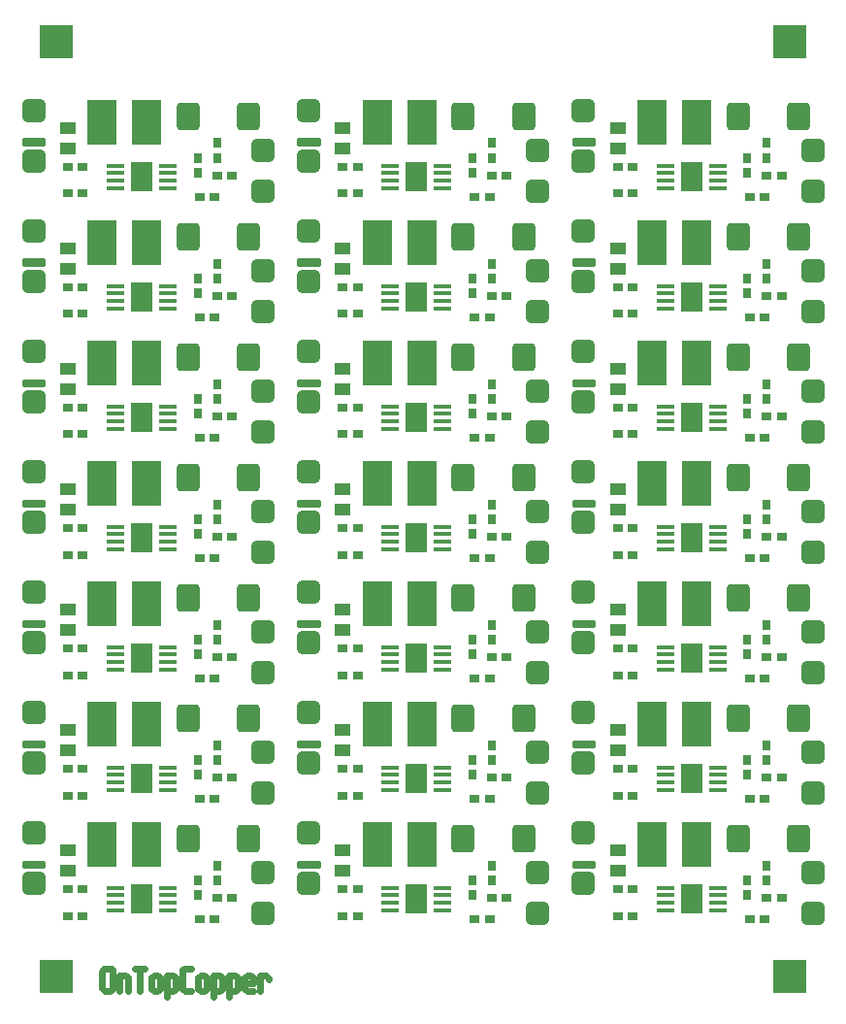
<source format=gbr>
G04 FreePCB MFC Application*
G04 Version: ÏëàòÔîðì 2.427*
G04 Author: niconson.com *
G04 WebSite: https://niconson.com/freepcb2 *
G04 Repositories: https://github.com/niconson *
G04 D:\Works\ÏëàòÔîðì íà ðóññêîì\Projects\Led\version-01\CAM(Driver-01)(11-20-2025)\Driver-01.TML.gbr*

G04 Objects of panelization *
G04 âèä âåðõ layer *
G04 Scale: 100 percent, Rotated: No, Reflected: No *
%FSLAX26Y26*%
%MOIN*%
G04 âèä âåðõ *
G04 Rounded Rectangle Macro, params: W/2, H/2, R *
%AMRNDREC*
21,1,$1+$1,$2+$2-$3-$3,0,0,0*
21,1,$1+$1-$3-$3,$2+$2,0,0,0*
1,1,$3+$3,$1-$3,$2-$3*
1,1,$3+$3,$3-$1,$2-$3*
1,1,$3+$3,$1-$3,$3-$2*
1,1,$3+$3,$3-$1,$3-$2*%
G04 Rectangular Thermal Macro, params: W/4, H/4, TW/4, TC/4 *
%AMRECTHERM*
21,1,$1+$1-$3-$3-$4-$4,$2+$2-$3-$3-$4-$4-$4-$4,0-$1-$3-$4,0-$2-$3,0*
21,1,$1+$1-$3-$3-$4-$4-$4-$4,$2+$2-$3-$3-$4-$4,0-$1-$3,0-$2-$3-$4,0*
1,1,$4+$4+$4+$4,0-$1-$1+$4+$4,0-$2-$2+$4+$4*
1,1,$4+$4+$4+$4,0-$1-$1+$4+$4,0-$3-$3-$4-$4*
1,1,$4+$4+$4+$4,0-$3-$3-$4-$4,0-$2-$2+$4+$4*
21,1,$1+$1-$3-$3-$4-$4,$2+$2-$3-$3-$4-$4-$4-$4,0-$1-$3-$4,$2+$3,0*
21,1,$1+$1-$3-$3-$4-$4-$4-$4,$2+$2-$3-$3-$4-$4,0-$1-$3,$2+$3+$4,0*
1,1,$4+$4+$4+$4,0-$1-$1+$4+$4,$2+$2-$4-$4*
1,1,$4+$4+$4+$4,0-$1-$1+$4+$4,$3+$3+$4+$4*
1,1,$4+$4+$4+$4,0-$3-$3-$4-$4,$2+$2-$4-$4*
21,1,$1+$1-$3-$3-$4-$4,$2+$2-$3-$3-$4-$4-$4-$4,$1+$3+$4,0-$2-$3,0*
21,1,$1+$1-$3-$3-$4-$4-$4-$4,$2+$2-$3-$3-$4-$4,$1+$3,0-$2-$3-$4,0*
1,1,$4+$4+$4+$4,$1+$1-$4-$4,0-$2-$2+$4+$4*
1,1,$4+$4+$4+$4,$1+$1-$4-$4,0-$3-$3-$4-$4*
1,1,$4+$4+$4+$4,$3+$3+$4+$4,0-$2-$2+$4+$4*
21,1,$1+$1-$3-$3-$4-$4,$2+$2-$3-$3-$4-$4-$4-$4,$1+$3+$4,$2+$3,0*
21,1,$1+$1-$3-$3-$4-$4-$4-$4,$2+$2-$3-$3-$4-$4,$1+$3,$2+$3+$4,0*
1,1,$4+$4+$4+$4,$1+$1-$4-$4,$2+$2-$4-$4*
1,1,$4+$4+$4+$4,$1+$1-$4-$4,$3+$3+$4+$4*
1,1,$4+$4+$4+$4,$3+$3+$4+$4,$2+$2-$4-$4*%
%AMRECTHERM_45*
21,1,$1+$1+$1+$1,$2+$2+$2+$2-$4-$4-$4-$4-$4-$4-$4-$4-$4-$4-$3-$3,0,0,0*
21,1,$1+$1+$1+$1-$4-$4-$4-$4-$4-$4-$4-$4-$4-$4-$3-$3,$2+$2+$2+$2,0,0,0*
1,1,$4+$4+$4+$4,$1+$1-$4-$4,$2+$2-$4-$4-$4-$4-$4-$3*
1,1,$4+$4+$4+$4,$1+$1-$4-$4,0-$2-$2+$4+$4+$4+$4+$4+$3*
1,1,$4+$4+$4+$4,$1+$1-$4-$4-$4-$4-$4-$3,$2+$2-$4-$4*
1,1,$4+$4+$4+$4,0-$1-$1+$4+$4+$4+$4+$4+$3,$2+$2-$4-$4*
1,1,$4+$4+$4+$4,0-$1-$1+$4+$4,$2+$2-$4-$4-$4-$4-$4-$3*
1,1,$4+$4+$4+$4,0-$1-$1+$4+$4,0-$2-$2+$4+$4+$4+$4+$4+$3*
1,1,$4+$4+$4+$4,$1+$1-$4-$4-$4-$4-$4-$3,0-$2-$2+$4+$4*
1,1,$4+$4+$4+$4,0-$1-$1+$4+$4+$4+$4+$4+$3,0-$2-$2+$4+$4*%
%ADD10R,0.118110X0.118110*%
%ADD11C,0.022497*%
%ADD12C,0.010000*%
%ADD13R,0.035433X0.031496*%
%ADD14RNDREC,0.039370X0.039370X0.015748*%
%ADD15R,0.098425X0.157480*%
%ADD16C,0.039370*%
%ADD17R,0.062992X0.017717*%
%ADD18R,0.072835X0.098425*%
%ADD19C,0.019685*%
%ADD20R,0.031496X0.035433*%
%ADD21RNDREC,0.039000X0.047500X0.012000*%
%ADD22RNDREC,0.025591X0.019685X0.000000*%
%ADD23C,0.009000*%
G01*
G04 begin color: clBlack*
%LPD*%

G04 Objects of panelization *
D10*
X-314960Y-364173D03*
X2204724Y2844488D03*
X-314960Y2844488D03*
X2204724Y-364173D03*
D11*
X-157450Y-404500D02*
X-155750Y-409650D01*
X-155750Y-409650D02*
X-152300Y-413050D01*
X-152300Y-413050D02*
X-147200Y-414750D01*
X-147200Y-414750D02*
X-131800Y-414750D01*
X-131800Y-414750D02*
X-126650Y-413050D01*
X-126650Y-413050D02*
X-123200Y-409650D01*
X-123200Y-409650D02*
X-121500Y-404500D01*
X-121500Y-404500D02*
X-121500Y-348000D01*
X-121500Y-348000D02*
X-123200Y-342850D01*
X-123200Y-342850D02*
X-126650Y-339450D01*
X-126650Y-339450D02*
X-131800Y-337750D01*
X-131800Y-337750D02*
X-147200Y-337750D01*
X-147200Y-337750D02*
X-152300Y-339450D01*
X-152300Y-339450D02*
X-155750Y-342850D01*
X-155750Y-342850D02*
X-157450Y-348000D01*
X-157450Y-348000D02*
X-157450Y-404500D01*
X-99000Y-414750D02*
X-99000Y-363400D01*
X-99000Y-363400D02*
X-78450Y-363400D01*
X-78450Y-363400D02*
X-73300Y-365150D01*
X-73300Y-365150D02*
X-69900Y-368550D01*
X-69900Y-368550D02*
X-68150Y-373700D01*
X-68150Y-373700D02*
X-68150Y-414750D01*
X-28550Y-414750D02*
X-28550Y-337750D01*
X-45650Y-337750D02*
X-11400Y-337750D01*
X11050Y-404500D02*
X12750Y-409650D01*
X12750Y-409650D02*
X16200Y-413050D01*
X16200Y-413050D02*
X21350Y-414750D01*
X21350Y-414750D02*
X31600Y-414750D01*
X31600Y-414750D02*
X36750Y-413050D01*
X36750Y-413050D02*
X40150Y-409650D01*
X40150Y-409650D02*
X41850Y-404500D01*
X41850Y-404500D02*
X41850Y-373700D01*
X41850Y-373700D02*
X40150Y-368550D01*
X40150Y-368550D02*
X36750Y-365150D01*
X36750Y-365150D02*
X31600Y-363400D01*
X31600Y-363400D02*
X21350Y-363400D01*
X21350Y-363400D02*
X16200Y-365150D01*
X16200Y-365150D02*
X12750Y-368550D01*
X12750Y-368550D02*
X11050Y-373700D01*
X11050Y-373700D02*
X11050Y-404500D01*
X64400Y-433600D02*
X64400Y-363400D01*
X64400Y-363400D02*
X84950Y-363400D01*
X84950Y-363400D02*
X90050Y-365150D01*
X90050Y-365150D02*
X93500Y-368550D01*
X93500Y-368550D02*
X95200Y-373700D01*
X95200Y-373700D02*
X95200Y-404500D01*
X95200Y-404500D02*
X93500Y-409650D01*
X93500Y-409650D02*
X90050Y-413050D01*
X90050Y-413050D02*
X84950Y-414750D01*
X84950Y-414750D02*
X64400Y-414750D01*
X148550Y-414750D02*
X128000Y-414750D01*
X128000Y-414750D02*
X122850Y-413050D01*
X122850Y-413050D02*
X119450Y-409650D01*
X119450Y-409650D02*
X117700Y-404500D01*
X117700Y-404500D02*
X117700Y-348000D01*
X117700Y-348000D02*
X119450Y-342850D01*
X119450Y-342850D02*
X122850Y-339450D01*
X122850Y-339450D02*
X128000Y-337750D01*
X128000Y-337750D02*
X148550Y-337750D01*
X171050Y-404500D02*
X172750Y-409650D01*
X172750Y-409650D02*
X176200Y-413050D01*
X176200Y-413050D02*
X181350Y-414750D01*
X181350Y-414750D02*
X191600Y-414750D01*
X191600Y-414750D02*
X196750Y-413050D01*
X196750Y-413050D02*
X200150Y-409650D01*
X200150Y-409650D02*
X201850Y-404500D01*
X201850Y-404500D02*
X201850Y-373700D01*
X201850Y-373700D02*
X200150Y-368550D01*
X200150Y-368550D02*
X196750Y-365150D01*
X196750Y-365150D02*
X191600Y-363400D01*
X191600Y-363400D02*
X181350Y-363400D01*
X181350Y-363400D02*
X176200Y-365150D01*
X176200Y-365150D02*
X172750Y-368550D01*
X172750Y-368550D02*
X171050Y-373700D01*
X171050Y-373700D02*
X171050Y-404500D01*
X224400Y-433600D02*
X224400Y-363400D01*
X224400Y-363400D02*
X244950Y-363400D01*
X244950Y-363400D02*
X250050Y-365150D01*
X250050Y-365150D02*
X253500Y-368550D01*
X253500Y-368550D02*
X255200Y-373700D01*
X255200Y-373700D02*
X255200Y-404500D01*
X255200Y-404500D02*
X253500Y-409650D01*
X253500Y-409650D02*
X250050Y-413050D01*
X250050Y-413050D02*
X244950Y-414750D01*
X244950Y-414750D02*
X224400Y-414750D01*
X277750Y-433600D02*
X277750Y-363400D01*
X277750Y-363400D02*
X298250Y-363400D01*
X298250Y-363400D02*
X303400Y-365150D01*
X303400Y-365150D02*
X306850Y-368550D01*
X306850Y-368550D02*
X308550Y-373700D01*
X308550Y-373700D02*
X308550Y-404500D01*
X308550Y-404500D02*
X306850Y-409650D01*
X306850Y-409650D02*
X303400Y-413050D01*
X303400Y-413050D02*
X298250Y-414750D01*
X298250Y-414750D02*
X277750Y-414750D01*
X331050Y-389100D02*
X361850Y-389100D01*
X361850Y-389100D02*
X361850Y-373700D01*
X361850Y-373700D02*
X360150Y-368550D01*
X360150Y-368550D02*
X356750Y-365150D01*
X356750Y-365150D02*
X351600Y-363400D01*
X351600Y-363400D02*
X341350Y-363400D01*
X341350Y-363400D02*
X336200Y-365150D01*
X336200Y-365150D02*
X332750Y-368550D01*
X332750Y-368550D02*
X331050Y-373700D01*
X331050Y-373700D02*
X331050Y-404500D01*
X331050Y-404500D02*
X332750Y-409650D01*
X332750Y-409650D02*
X336200Y-413050D01*
X336200Y-413050D02*
X341350Y-414750D01*
X341350Y-414750D02*
X360150Y-414750D01*
X384400Y-414750D02*
X384400Y-363400D01*
X384400Y-363400D02*
X403200Y-363400D01*
X403200Y-363400D02*
X408350Y-365150D01*
X408350Y-365150D02*
X411800Y-368550D01*
X411800Y-368550D02*
X413500Y-371950D01*
X413500Y-371950D02*
X413500Y-375400D01*
D12*

G04 Step and Repeat for panelization *
%SRX3Y7I0.944882J0.413386*%

G04 ----------------------- Draw board outline (positive)*

G04 -------------- Draw Parts, Pads, Traces, Vias and Text (positive)*
D13*
X236220Y-95288D03*
X287401Y-95288D03*
D14*
X-393700Y-44894D03*
X393700Y-147637D03*
X393700Y-9842D03*
D15*
X-3937Y88582D03*
X-157480Y88582D03*
D16*
X7874Y49212D03*
X7874Y127952D03*
X-169291Y49212D03*
X-169291Y127952D03*
D17*
X-113537Y-60642D03*
X-113537Y-86233D03*
X-113537Y-111824D03*
X-113537Y-137414D03*
X67564Y-137414D03*
X67564Y-111824D03*
X67564Y-86233D03*
X67564Y-60642D03*
D18*
X-22986Y-99028D03*
D19*
X-42671Y-69501D03*
X-3301Y-69501D03*
X-3301Y-128556D03*
X-42671Y-128556D03*
D20*
X169685Y-35052D03*
X169685Y-86233D03*
D14*
X-393700Y127952D03*
D21*
X137795Y108267D03*
X345795Y108267D03*
D13*
X177165Y-167322D03*
X228346Y-167322D03*
X-275590Y-157099D03*
X-224409Y-157099D03*
X-275590Y-66548D03*
X-224409Y-66548D03*
D22*
X-275590Y-3543D03*
X-275590Y68897D03*
D20*
X236220Y-35052D03*
X236220Y16128D03*

G04 Draw traces*

G04 Draw Text*
D23*

G04 Draw polyline*
X-429100Y15950D02*
X-358250Y15950D01*
X-429100Y23950D02*
X-358250Y23950D01*
D12*
X-429133Y29527D02*
X-429133Y9842D01*
X-358267Y9842D01*
X-358267Y29527D01*
X-429133Y29527D01*

G04 EOF Step and Repeat for panelization *
%SR*%
M02*

</source>
